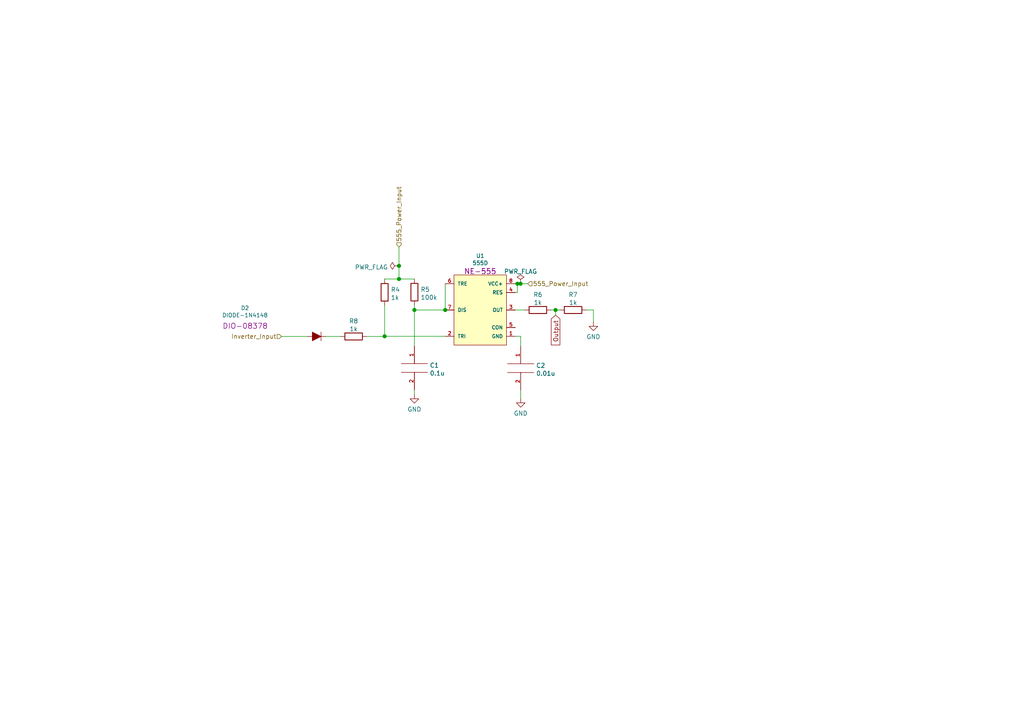
<source format=kicad_sch>
(kicad_sch (version 20210606) (generator eeschema)
  (paper "A4")
  (lib_symbols
    (symbol "Device:R" (pin_numbers hide) (pin_names (offset 0))
      (property "Reference" "R" (at 2.032 0 90))
      (property "Value" "R" (at 0 0 90))
      (symbol "R_0_1"
        (rectangle (start -1.016 -2.54) (end 1.016 2.54) (stroke (width 0.254)))
      )
      (symbol "R_1_1"
        (pin passive line (at 0 3.81 270) (length 1.27) (name "~") (number "1"))
        (pin passive line (at 0 -3.81 90) (length 1.27) (name "~") (number "2"))
      )
    )
    (symbol "SparkFun-DiscreteSemi:DIODE-1N4148" (pin_numbers hide) (pin_names (offset 1.016) hide)
      (property "Reference" "D" (at -2.54 2.54 0))
      (property "Value" "DIODE-1N4148" (at -2.54 -3.81 0))
      (property "Field4" "DIO-08378" (at 0 6.35 0))
      (symbol "DIODE-1N4148_1_0"
        (polyline (pts (xy -2.54 0) (xy -1.27 0)))
        (polyline (pts (xy 1.27 0) (xy 1.27 -1.27)))
        (polyline (pts (xy 1.27 1.27) (xy 1.27 0)))
        (polyline (pts (xy 2.54 0) (xy 1.27 0)))
      )
      (symbol "DIODE-1N4148_1_1"
        (polyline (pts (xy -1.27 1.27) (xy 1.27 0) (xy 1.27 0) (xy -1.27 -1.27) (xy -1.27 -1.27) (xy -1.27 1.27)) (fill (type outline)))
        (pin passive line (at -2.54 0 0) (length 0) (name "A") (number "A"))
        (pin passive line (at 2.54 0 180) (length 0) (name "C") (number "C"))
      )
    )
    (symbol "SparkFun-IC-Special-Function:555D" (pin_names (offset 1.016))
      (property "Reference" "U1" (at 0 15.7116 0))
      (property "Value" "555D" (at 0 13.6174 0))
      (property "Field4" "NE-555" (at 0 11.2165 0))
      (symbol "555D_1_1"
        (polyline (pts (xy -7.62 10.16) (xy -7.62 -10.16) (xy 7.62 -10.16) (xy 7.62 10.16) (xy -7.62 10.16)) (fill (type background)))
        (pin power_in line (at 10.16 -7.62 180) (length 2.54) (name "GND") (number "1"))
        (pin input line (at -10.16 -7.62 0) (length 2.54) (name "TRI") (number "2"))
        (pin output line (at 10.16 0 180) (length 2.54) (name "OUT") (number "3"))
        (pin input line (at 10.16 5.08 180) (length 2.54) (name "RES") (number "4"))
        (pin input line (at 10.16 -5.08 180) (length 2.54) (name "CON") (number "5"))
        (pin input line (at -10.16 7.62 0) (length 2.54) (name "TRE") (number "6"))
        (pin input line (at -10.16 0 0) (length 2.54) (name "DIS") (number "7"))
        (pin power_in line (at 10.16 7.62 180) (length 2.54) (name "VCC+") (number "8"))
      )
    )
    (symbol "power:GND" (power) (pin_names (offset 0))
      (property "Value" "GND" (at 0 -3.81 0))
      (symbol "GND_0_1"
        (polyline (pts (xy 0 0) (xy 0 -1.27) (xy 1.27 -1.27) (xy 0 -2.54) (xy -1.27 -1.27) (xy 0 -1.27)))
      )
      (symbol "GND_1_1"
        (pin power_in line (at 0 0 270) (length 0) hide (name "GND") (number "1"))
      )
    )
    (symbol "power:PWR_FLAG" (power) (pin_numbers hide) (pin_names (offset 0) hide)
      (property "Value" "PWR_FLAG" (at 0 3.81 0))
      (symbol "PWR_FLAG_0_0"
        (pin power_out line (at 0 0 90) (length 0) (name "pwr") (number "1"))
      )
      (symbol "PWR_FLAG_0_1"
        (polyline (pts (xy 0 0) (xy 0 1.27) (xy -1.016 1.905) (xy 0 2.54) (xy 1.016 1.905) (xy 0 1.27)))
      )
    )
    (symbol "pspice:C" (pin_names (offset 0.254))
      (property "Reference" "C" (at 2.54 3.81 90))
      (property "Value" "C" (at 2.54 -3.81 90))
      (symbol "C_0_1"
        (polyline (pts (xy -3.81 -1.27) (xy 3.81 -1.27)))
        (polyline (pts (xy -3.81 1.27) (xy 3.81 1.27)))
      )
      (symbol "C_1_1"
        (pin passive line (at 0 6.35 270) (length 5.08) (name "~") (number "1"))
        (pin passive line (at 0 -6.35 90) (length 5.08) (name "~") (number "2"))
      )
    )
  )
  (junction (at 111.5568 97.536) (diameter 1.016))
  (junction (at 115.7224 77.1144) (diameter 1.016))
  (junction (at 115.7224 80.9244) (diameter 1.016))
  (junction (at 120.1928 89.916) (diameter 1.016))
  (junction (at 129.1336 89.916) (diameter 1.016))
  (junction (at 150.0632 82.296) (diameter 1.016))
  (junction (at 150.9776 82.296) (diameter 1.016))
  (junction (at 161.1376 89.916) (diameter 1.016))
  (wire (pts (xy 81.6356 97.5868) (xy 89.3064 97.5868)))
  (wire (pts (xy 94.3864 97.5868) (xy 98.7552 97.5868)))
  (wire (pts (xy 106.3752 97.5868) (xy 111.5568 97.5868)))
  (wire (pts (xy 111.5568 80.9244) (xy 111.5568 80.9752)))
  (wire (pts (xy 111.5568 88.5952) (xy 111.5568 97.536)))
  (wire (pts (xy 111.5568 97.536) (xy 111.5568 97.5868)))
  (wire (pts (xy 111.5568 97.536) (xy 129.1336 97.536)))
  (wire (pts (xy 115.7224 71.628) (xy 115.7224 77.1144)))
  (wire (pts (xy 115.7224 77.1144) (xy 115.7224 80.9244)))
  (wire (pts (xy 115.7224 80.9244) (xy 111.5568 80.9244)))
  (wire (pts (xy 120.1928 80.9244) (xy 115.7224 80.9244)))
  (wire (pts (xy 120.1928 89.916) (xy 120.1928 88.5444)))
  (wire (pts (xy 120.1928 89.916) (xy 120.1928 100.3808)))
  (wire (pts (xy 120.1928 113.0808) (xy 120.1928 114.4016)))
  (wire (pts (xy 129.1336 82.296) (xy 129.1336 89.916)))
  (wire (pts (xy 129.1336 89.916) (xy 120.1928 89.916)))
  (wire (pts (xy 149.4536 82.296) (xy 150.0632 82.296)))
  (wire (pts (xy 149.4536 84.836) (xy 150.0632 84.836)))
  (wire (pts (xy 149.4536 89.916) (xy 152.1968 89.916)))
  (wire (pts (xy 150.0632 82.296) (xy 150.9776 82.296)))
  (wire (pts (xy 150.0632 84.836) (xy 150.0632 82.296)))
  (wire (pts (xy 150.9776 82.296) (xy 153.0604 82.296)))
  (wire (pts (xy 151.0284 97.536) (xy 149.4536 97.536)))
  (wire (pts (xy 151.0284 100.4316) (xy 151.0284 97.536)))
  (wire (pts (xy 151.0284 113.1316) (xy 151.0284 115.57)))
  (wire (pts (xy 159.8168 89.916) (xy 161.1376 89.916)))
  (wire (pts (xy 161.1376 89.916) (xy 161.1376 91.3892)))
  (wire (pts (xy 161.1376 89.916) (xy 162.4076 89.916)))
  (wire (pts (xy 170.0276 89.916) (xy 172.1104 89.916)))
  (wire (pts (xy 172.1104 89.916) (xy 172.1104 93.3704)))
  (global_label "Output" (shape input) (at 161.1376 91.3892 270) (property "Intersheet References" "${INTERSHEET_REFS}" (effects hide)))
  (hierarchical_label "Inverter_Input" (shape input) (at 81.6356 97.5868 180))
  (hierarchical_label "555_Power_Input" (shape input) (at 115.7224 71.628 90))
  (hierarchical_label "555_Power_Input" (shape input) (at 153.0604 82.296 0))
  (symbol (lib_id "power:PWR_FLAG") (at 115.7224 77.1144 90) (unit 1)
    (property "Reference" "#FLG01" (effects hide))
    (property "Value" "PWR_FLAG" (at 112.5474 77.5029 90) (effects (justify left)))
  )
  (symbol (lib_id "power:PWR_FLAG") (at 150.9776 82.296 0) (unit 1)
    (property "Reference" "#FLG02" (effects hide))
    (property "Value" "PWR_FLAG" (at 150.9776 78.7486 0))
  )
  (symbol (lib_id "power:GND") (at 120.1928 114.4016 0) (unit 1)
    (property "Reference" "#PWR07" (effects hide))
    (property "Value" "GND" (at 120.1928 118.726 0))
  )
  (symbol (lib_id "power:GND") (at 151.0284 115.57 0) (unit 1)
    (property "Reference" "#PWR08" (effects hide))
    (property "Value" "GND" (at 151.0284 119.8944 0))
  )
  (symbol (lib_id "power:GND") (at 172.1104 93.3704 0) (unit 1)
    (property "Reference" "#PWR0101" (effects hide))
    (property "Value" "GND" (at 172.1104 97.6948 0))
  )
  (symbol (lib_id "SparkFun-DiscreteSemi:DIODE-1N4148") (at 91.8464 97.5868 0) (unit 1)
    (property "Reference" "D2" (at 71.0584 89.3428 0) (effects (font (size 1.143 1.143))))
    (property "Value" "DIODE-1N4148" (at 71.0584 91.437 0) (effects (font (size 1.143 1.143))))
    (property "Footprint" "Diode_SMD:D_0603_1608Metric" (effects hide))
    (property "Field4" "DIO-08378" (at 71.1092 94.5491 0) (effects (font (size 1.524 1.524))))
  )
  (symbol (lib_id "Device:R") (at 102.5652 97.5868 90) (unit 1)
    (property "Reference" "R8" (at 102.5652 93.1376 90))
    (property "Value" "1k" (at 102.5652 95.4363 90))
    (property "Footprint" "Resistor_SMD:R_0603_1608Metric" (effects hide))
  )
  (symbol (lib_id "Device:R") (at 111.5568 84.7852 0) (unit 1)
    (property "Reference" "R4" (at 113.3349 84.0243 0) (effects (justify left)))
    (property "Value" "1k" (at 113.3349 86.323 0) (effects (justify left)))
    (property "Footprint" "Resistor_SMD:R_0603_1608Metric" (effects hide))
  )
  (symbol (lib_id "Device:R") (at 120.1928 84.7344 0) (unit 1)
    (property "Reference" "R5" (at 121.9709 83.9735 0) (effects (justify left)))
    (property "Value" "100k" (at 121.9709 86.2722 0) (effects (justify left)))
    (property "Footprint" "Resistor_SMD:R_0603_1608Metric" (effects hide))
  )
  (symbol (lib_id "Device:R") (at 156.0068 89.916 90) (unit 1)
    (property "Reference" "R6" (at 156.0068 85.4668 90))
    (property "Value" "1k" (at 156.0068 87.7655 90))
    (property "Footprint" "Resistor_SMD:R_0603_1608Metric" (effects hide))
  )
  (symbol (lib_id "Device:R") (at 166.2176 89.916 90) (unit 1)
    (property "Reference" "R7" (at 166.2176 85.4668 90))
    (property "Value" "1k" (at 166.2176 87.7655 90))
    (property "Footprint" "Resistor_SMD:R_0603_1608Metric" (effects hide))
  )
  (symbol (lib_id "pspice:C") (at 120.1928 106.7308 0) (unit 1)
    (property "Reference" "C1" (at 124.6379 105.9699 0) (effects (justify left)))
    (property "Value" "0.1u" (at 124.6379 108.2686 0) (effects (justify left)))
    (property "Footprint" "Capacitor_SMD:C_0603_1608Metric" (effects hide))
  )
  (symbol (lib_id "pspice:C") (at 151.0284 106.7816 0) (unit 1)
    (property "Reference" "C2" (at 155.4735 106.0207 0) (effects (justify left)))
    (property "Value" "0.01u" (at 155.4735 108.3194 0) (effects (justify left)))
    (property "Footprint" "Capacitor_SMD:C_0603_1608Metric" (effects hide))
  )
  (symbol (lib_id "SparkFun-IC-Special-Function:555D") (at 139.2936 89.916 0) (unit 1)
    (property "Reference" "U1" (at 139.2936 74.2044 0) (effects (font (size 1.143 1.143))))
    (property "Value" "555D" (at 139.2936 76.2986 0) (effects (font (size 1.143 1.143))))
    (property "Footprint" "SparkfunSilicon-Standard:SOIC-8" (effects hide))
    (property "Field4" "NE-555" (at 139.2936 78.6995 0) (effects (font (size 1.524 1.524))))
  )
)
</source>
